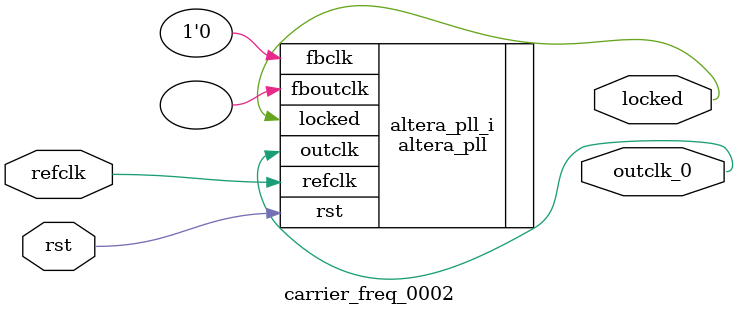
<source format=v>
`timescale 1ns/10ps
module  carrier_freq_0002(

	// interface 'refclk'
	input wire refclk,

	// interface 'reset'
	input wire rst,

	// interface 'outclk0'
	output wire outclk_0,

	// interface 'locked'
	output wire locked
);

	altera_pll #(
		.fractional_vco_multiplier("false"),
		.reference_clock_frequency("50.0 MHz"),
		.operation_mode("direct"),
		.number_of_clocks(1),
		.output_clock_frequency0("900.000000 MHz"),
		.phase_shift0("0 ps"),
		.duty_cycle0(50),
		.output_clock_frequency1("0 MHz"),
		.phase_shift1("0 ps"),
		.duty_cycle1(50),
		.output_clock_frequency2("0 MHz"),
		.phase_shift2("0 ps"),
		.duty_cycle2(50),
		.output_clock_frequency3("0 MHz"),
		.phase_shift3("0 ps"),
		.duty_cycle3(50),
		.output_clock_frequency4("0 MHz"),
		.phase_shift4("0 ps"),
		.duty_cycle4(50),
		.output_clock_frequency5("0 MHz"),
		.phase_shift5("0 ps"),
		.duty_cycle5(50),
		.output_clock_frequency6("0 MHz"),
		.phase_shift6("0 ps"),
		.duty_cycle6(50),
		.output_clock_frequency7("0 MHz"),
		.phase_shift7("0 ps"),
		.duty_cycle7(50),
		.output_clock_frequency8("0 MHz"),
		.phase_shift8("0 ps"),
		.duty_cycle8(50),
		.output_clock_frequency9("0 MHz"),
		.phase_shift9("0 ps"),
		.duty_cycle9(50),
		.output_clock_frequency10("0 MHz"),
		.phase_shift10("0 ps"),
		.duty_cycle10(50),
		.output_clock_frequency11("0 MHz"),
		.phase_shift11("0 ps"),
		.duty_cycle11(50),
		.output_clock_frequency12("0 MHz"),
		.phase_shift12("0 ps"),
		.duty_cycle12(50),
		.output_clock_frequency13("0 MHz"),
		.phase_shift13("0 ps"),
		.duty_cycle13(50),
		.output_clock_frequency14("0 MHz"),
		.phase_shift14("0 ps"),
		.duty_cycle14(50),
		.output_clock_frequency15("0 MHz"),
		.phase_shift15("0 ps"),
		.duty_cycle15(50),
		.output_clock_frequency16("0 MHz"),
		.phase_shift16("0 ps"),
		.duty_cycle16(50),
		.output_clock_frequency17("0 MHz"),
		.phase_shift17("0 ps"),
		.duty_cycle17(50),
		.pll_type("General"),
		.pll_subtype("General")
	) altera_pll_i (
		.rst	(rst),
		.outclk	({outclk_0}),
		.locked	(locked),
		.fboutclk	( ),
		.fbclk	(1'b0),
		.refclk	(refclk)
	);
endmodule


</source>
